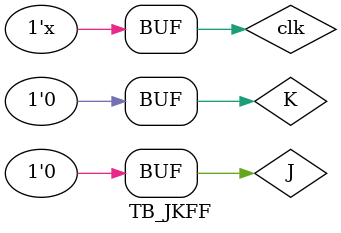
<source format=v>
`timescale 1ns / 1ps


module TB_JKFF();

reg clk, J, K;
wire Q;

JKFF u0(clk, J, K, Q);

initial begin
    clk <= 0;
    #10 J <= 0;
    K <= 0;
    #30 J <= 0;
    K <= 1;
    #10 J <= 0;
    K <= 0;
    #30 J <= 1;
    K <= 0;
    #10 J <= 0;
    K <= 0;
    #30 J <= 1;
    K <= 1;
    #10 J <= 0;
    K <= 0;
end

always begin
    #5 clk <= ~clk;
end

endmodule

</source>
